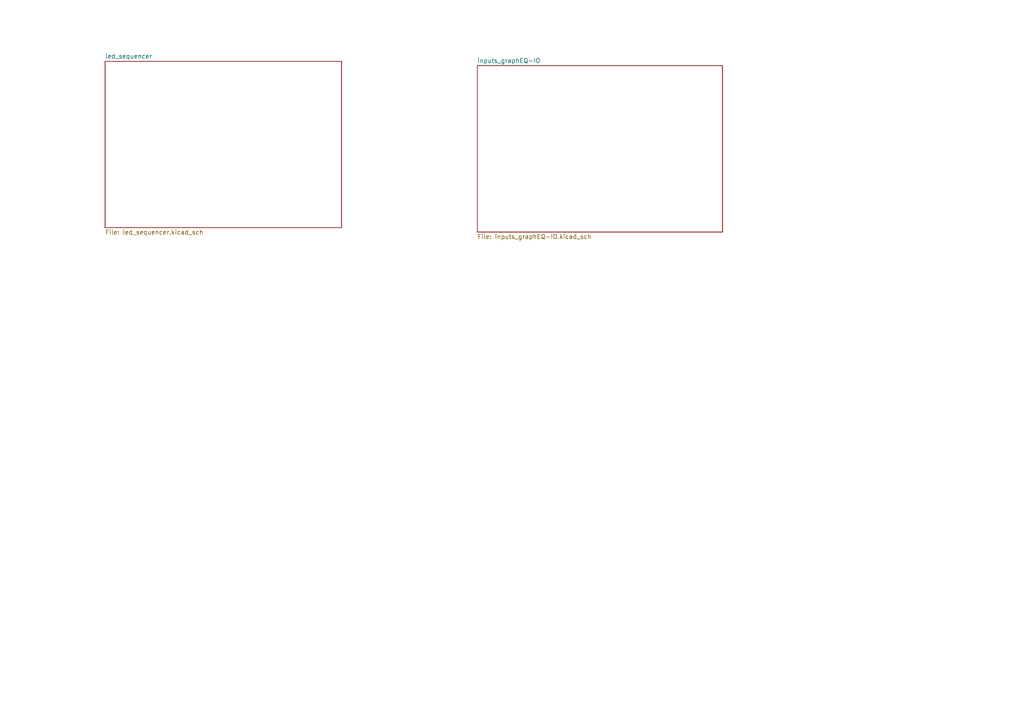
<source format=kicad_sch>
(kicad_sch (version 20211123) (generator eeschema)
  (paper "A4")
  (title_block (title "Light sequencer for backing LED's") (date "2022-09-24") (rev "1") (company "Kapz & Pon Electrix"))
  (lib_symbols)
  (sheet (at 30.48 17.78) (size 68.58 48.26) (stroke (width 0.1524))
    (property "Sheet name" "led_sequencer" (at 30.48 17.0684 0) (effects (justify left bottom)))
    (property "Sheet file" "led_sequencer.kicad_sch" (at 30.48 66.6246 0) (effects (justify left top)))
  )
  (sheet (at 138.43 19.05) (size 71.12 48.26) (stroke (width 0.1524))
    (property "Sheet name" "inputs_graphEQ-IO" (at 138.43 18.3384 0) (effects (justify left bottom)))
    (property "Sheet file" "inputs_graphEQ-IO.kicad_sch" (at 138.43 67.8946 0) (effects (justify left top)))
  )
)
</source>
